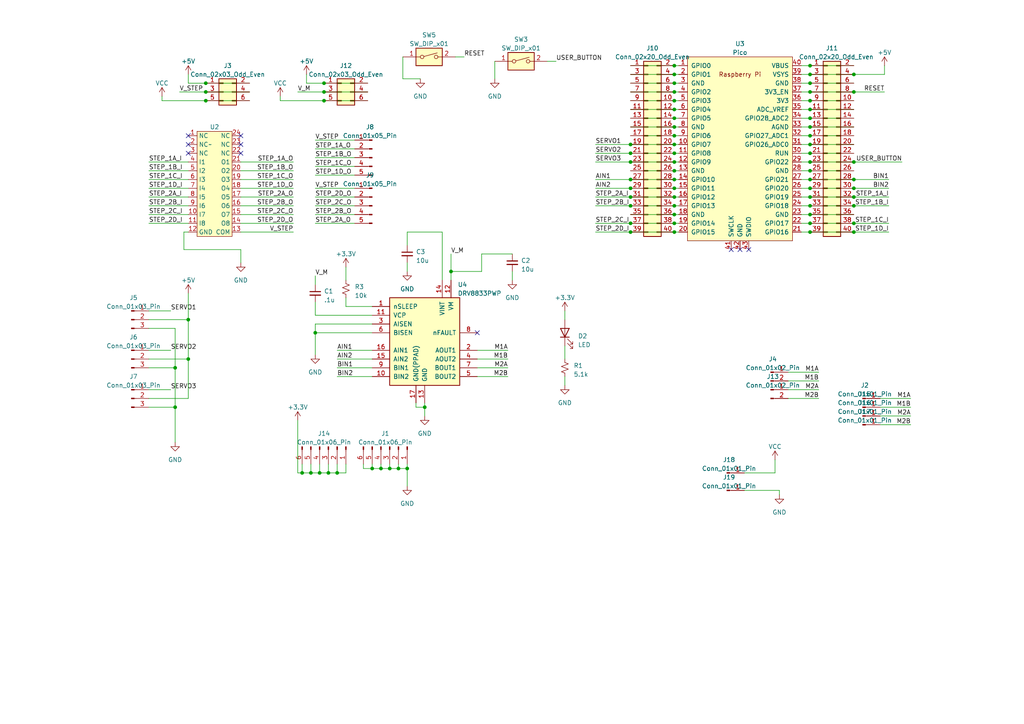
<source format=kicad_sch>
(kicad_sch (version 20230121) (generator eeschema)
  (paper "A4")
  (lib_symbols
    (symbol "Library:C_Small" (pin_numbers hide) (pin_names (offset 0.254) hide)
      (property "Reference" "C" (at 0.254 1.778 0))
      (property "Value" "C_Small" (at 0.254 -2.032 0))
      (symbol "C_Small_1_1"
        (pin passive line (at 0 2.54 270) (length 2.032) (name "~") (number "1"))
        (pin passive line (at 0 -2.54 90) (length 2.032) (name "~") (number "2"))
      )
    )
    (symbol "Library:Conn_01x01_Pin" (pin_names (offset 1.016) hide)
      (property "Reference" "J" (at 0 2.54 0))
      (property "Value" "Conn_01x01_Pin" (at 0 -2.54 0))
      (symbol "Conn_01x01_Pin_1_1"
        (pin passive line (at 5.08 0 180) (length 3.81) (name "Pin_1") (number "1"))
      )
    )
    (symbol "Library:Conn_01x02_Pin" (pin_names (offset 1.016) hide)
      (property "Reference" "J" (at 0 2.54 0))
      (property "Value" "Conn_01x02_Pin" (at 0 -5.08 0))
      (symbol "Conn_01x02_Pin_1_1"
        (pin passive line (at 5.08 0 180) (length 3.81) (name "Pin_1") (number "1"))
        (pin passive line (at 5.08 -2.54 180) (length 3.81) (name "Pin_2") (number "2"))
      )
    )
    (symbol "Library:Conn_01x03_Pin" (pin_names (offset 1.016) hide)
      (property "Reference" "J" (at 0 5.08 0))
      (property "Value" "Conn_01x03_Pin" (at 0 -5.08 0))
      (symbol "Conn_01x03_Pin_1_1"
        (pin passive line (at 5.08 2.54 180) (length 3.81) (name "Pin_1") (number "1"))
        (pin passive line (at 5.08 0 180) (length 3.81) (name "Pin_2") (number "2"))
        (pin passive line (at 5.08 -2.54 180) (length 3.81) (name "Pin_3") (number "3"))
      )
    )
    (symbol "Library:Conn_01x05_Pin" (pin_names (offset 1.016) hide)
      (property "Reference" "J" (at 0 7.62 0))
      (property "Value" "Conn_01x05_Pin" (at 0 -7.62 0))
      (symbol "Conn_01x05_Pin_1_1"
        (pin passive line (at 5.08 5.08 180) (length 3.81) (name "Pin_1") (number "1"))
        (pin passive line (at 5.08 2.54 180) (length 3.81) (name "Pin_2") (number "2"))
        (pin passive line (at 5.08 0 180) (length 3.81) (name "Pin_3") (number "3"))
        (pin passive line (at 5.08 -2.54 180) (length 3.81) (name "Pin_4") (number "4"))
        (pin passive line (at 5.08 -5.08 180) (length 3.81) (name "Pin_5") (number "5"))
      )
    )
    (symbol "Library:Conn_01x06_Pin" (pin_names (offset 1.016) hide)
      (property "Reference" "J" (at 0 7.62 0))
      (property "Value" "Conn_01x06_Pin" (at 0 -10.16 0))
      (symbol "Conn_01x06_Pin_1_1"
        (pin passive line (at 5.08 5.08 180) (length 3.81) (name "Pin_1") (number "1"))
        (pin passive line (at 5.08 2.54 180) (length 3.81) (name "Pin_2") (number "2"))
        (pin passive line (at 5.08 0 180) (length 3.81) (name "Pin_3") (number "3"))
        (pin passive line (at 5.08 -2.54 180) (length 3.81) (name "Pin_4") (number "4"))
        (pin passive line (at 5.08 -5.08 180) (length 3.81) (name "Pin_5") (number "5"))
        (pin passive line (at 5.08 -7.62 180) (length 3.81) (name "Pin_6") (number "6"))
      )
    )
    (symbol "Library:Conn_02x03_Odd_Even" (pin_names (offset 1.016) hide)
      (property "Reference" "J" (at 1.27 5.08 0))
      (property "Value" "Conn_02x03_Odd_Even" (at 1.27 -5.08 0))
      (symbol "Conn_02x03_Odd_Even_1_1"
        (pin passive line (at -5.08 2.54 0) (length 3.81) (name "Pin_1") (number "1"))
        (pin passive line (at 7.62 2.54 180) (length 3.81) (name "Pin_2") (number "2"))
        (pin passive line (at -5.08 0 0) (length 3.81) (name "Pin_3") (number "3"))
        (pin passive line (at 7.62 0 180) (length 3.81) (name "Pin_4") (number "4"))
        (pin passive line (at -5.08 -2.54 0) (length 3.81) (name "Pin_5") (number "5"))
        (pin passive line (at 7.62 -2.54 180) (length 3.81) (name "Pin_6") (number "6"))
      )
    )
    (symbol "Library:Conn_02x20_Odd_Even" (pin_names (offset 1.016) hide)
      (property "Reference" "J" (at 1.27 25.4 0))
      (property "Value" "Conn_02x20_Odd_Even" (at 1.27 -27.94 0))
      (symbol "Conn_02x20_Odd_Even_1_1"
        (pin passive line (at -5.08 22.86 0) (length 3.81) (name "Pin_1") (number "1"))
        (pin passive line (at 7.62 12.7 180) (length 3.81) (name "Pin_10") (number "10"))
        (pin passive line (at -5.08 10.16 0) (length 3.81) (name "Pin_11") (number "11"))
        (pin passive line (at 7.62 10.16 180) (length 3.81) (name "Pin_12") (number "12"))
        (pin passive line (at -5.08 7.62 0) (length 3.81) (name "Pin_13") (number "13"))
        (pin passive line (at 7.62 7.62 180) (length 3.81) (name "Pin_14") (number "14"))
        (pin passive line (at -5.08 5.08 0) (length 3.81) (name "Pin_15") (number "15"))
        (pin passive line (at 7.62 5.08 180) (length 3.81) (name "Pin_16") (number "16"))
        (pin passive line (at -5.08 2.54 0) (length 3.81) (name "Pin_17") (number "17"))
        (pin passive line (at 7.62 2.54 180) (length 3.81) (name "Pin_18") (number "18"))
        (pin passive line (at -5.08 0 0) (length 3.81) (name "Pin_19") (number "19"))
        (pin passive line (at 7.62 22.86 180) (length 3.81) (name "Pin_2") (number "2"))
        (pin passive line (at 7.62 0 180) (length 3.81) (name "Pin_20") (number "20"))
        (pin passive line (at -5.08 -2.54 0) (length 3.81) (name "Pin_21") (number "21"))
        (pin passive line (at 7.62 -2.54 180) (length 3.81) (name "Pin_22") (number "22"))
        (pin passive line (at -5.08 -5.08 0) (length 3.81) (name "Pin_23") (number "23"))
        (pin passive line (at 7.62 -5.08 180) (length 3.81) (name "Pin_24") (number "24"))
        (pin passive line (at -5.08 -7.62 0) (length 3.81) (name "Pin_25") (number "25"))
        (pin passive line (at 7.62 -7.62 180) (length 3.81) (name "Pin_26") (number "26"))
        (pin passive line (at -5.08 -10.16 0) (length 3.81) (name "Pin_27") (number "27"))
        (pin passive line (at 7.62 -10.16 180) (length 3.81) (name "Pin_28") (number "28"))
        (pin passive line (at -5.08 -12.7 0) (length 3.81) (name "Pin_29") (number "29"))
        (pin passive line (at -5.08 20.32 0) (length 3.81) (name "Pin_3") (number "3"))
        (pin passive line (at 7.62 -12.7 180) (length 3.81) (name "Pin_30") (number "30"))
        (pin passive line (at -5.08 -15.24 0) (length 3.81) (name "Pin_31") (number "31"))
        (pin passive line (at 7.62 -15.24 180) (length 3.81) (name "Pin_32") (number "32"))
        (pin passive line (at -5.08 -17.78 0) (length 3.81) (name "Pin_33") (number "33"))
        (pin passive line (at 7.62 -17.78 180) (length 3.81) (name "Pin_34") (number "34"))
        (pin passive line (at -5.08 -20.32 0) (length 3.81) (name "Pin_35") (number "35"))
        (pin passive line (at 7.62 -20.32 180) (length 3.81) (name "Pin_36") (number "36"))
        (pin passive line (at -5.08 -22.86 0) (length 3.81) (name "Pin_37") (number "37"))
        (pin passive line (at 7.62 -22.86 180) (length 3.81) (name "Pin_38") (number "38"))
        (pin passive line (at -5.08 -25.4 0) (length 3.81) (name "Pin_39") (number "39"))
        (pin passive line (at 7.62 20.32 180) (length 3.81) (name "Pin_4") (number "4"))
        (pin passive line (at 7.62 -25.4 180) (length 3.81) (name "Pin_40") (number "40"))
        (pin passive line (at -5.08 17.78 0) (length 3.81) (name "Pin_5") (number "5"))
        (pin passive line (at 7.62 17.78 180) (length 3.81) (name "Pin_6") (number "6"))
        (pin passive line (at -5.08 15.24 0) (length 3.81) (name "Pin_7") (number "7"))
        (pin passive line (at 7.62 15.24 180) (length 3.81) (name "Pin_8") (number "8"))
        (pin passive line (at -5.08 12.7 0) (length 3.81) (name "Pin_9") (number "9"))
      )
    )
    (symbol "Library:DRV8833PWP" (pin_names (offset 1.016))
      (property "Reference" "U" (at -3.81 16.51 0))
      (property "Value" "DRV8833PWP" (at -3.81 13.97 0))
      (symbol "DRV8833PWP_1_1"
        (pin input line (at -15.24 10.16 0) (length 5.08) (name "nSLEEP") (number "1"))
        (pin input line (at -15.24 -10.16 0) (length 5.08) (name "BIN2") (number "10"))
        (pin bidirectional line (at -15.24 7.62 0) (length 5.08) (name "VCP") (number "11"))
        (pin power_in line (at 7.62 17.78 270) (length 5.08) (name "VM") (number "12"))
        (pin power_in line (at 0 -17.78 90) (length 5.08) (name "GND") (number "13"))
        (pin power_in line (at 5.08 17.78 270) (length 5.08) (name "VINT") (number "14"))
        (pin input line (at -15.24 -5.08 0) (length 5.08) (name "AIN2") (number "15"))
        (pin input line (at -15.24 -2.54 0) (length 5.08) (name "AIN1") (number "16"))
        (pin power_in line (at -2.54 -17.78 90) (length 5.08) (name "GND(PPAD)") (number "17"))
        (pin power_out line (at 15.24 -2.54 180) (length 5.08) (name "AOUT1") (number "2"))
        (pin bidirectional line (at -15.24 5.08 0) (length 5.08) (name "AISEN") (number "3"))
        (pin power_out line (at 15.24 -5.08 180) (length 5.08) (name "AOUT2") (number "4"))
        (pin power_out line (at 15.24 -10.16 180) (length 5.08) (name "BOUT2") (number "5"))
        (pin bidirectional line (at -15.24 2.54 0) (length 5.08) (name "BISEN") (number "6"))
        (pin power_out line (at 15.24 -7.62 180) (length 5.08) (name "BOUT1") (number "7"))
        (pin open_collector line (at 15.24 2.54 180) (length 5.08) (name "nFAULT") (number "8"))
        (pin input line (at -15.24 -7.62 0) (length 5.08) (name "BIN1") (number "9"))
      )
    )
    (symbol "Library:LED" (pin_numbers hide) (pin_names (offset 1.016) hide)
      (property "Reference" "D" (at 0 2.54 0))
      (property "Value" "LED" (at 0 -2.54 0))
      (symbol "LED_1_1"
        (pin passive line (at -3.81 0 0) (length 2.54) (name "K") (number "1"))
        (pin passive line (at 3.81 0 180) (length 2.54) (name "A") (number "2"))
      )
    )
    (symbol "Library:Pico" (pin_names (offset 1.016))
      (property "Reference" "U" (at -13.97 27.94 0))
      (property "Value" "Pico" (at 0 19.05 0))
      (symbol "Pico_0_0"
        (text "Raspberry Pi" (at 0 21.59 0) (effects (font (size 1.27 1.27))))
      )
      (symbol "Pico_1_1"
        (pin bidirectional line (at -17.78 24.13 0) (length 2.54) (name "GPIO0") (number "1"))
        (pin bidirectional line (at -17.78 1.27 0) (length 2.54) (name "GPIO7") (number "10"))
        (pin bidirectional line (at -17.78 -1.27 0) (length 2.54) (name "GPIO8") (number "11"))
        (pin bidirectional line (at -17.78 -3.81 0) (length 2.54) (name "GPIO9") (number "12"))
        (pin power_in line (at -17.78 -6.35 0) (length 2.54) (name "GND") (number "13"))
        (pin bidirectional line (at -17.78 -8.89 0) (length 2.54) (name "GPIO10") (number "14"))
        (pin bidirectional line (at -17.78 -11.43 0) (length 2.54) (name "GPIO11") (number "15"))
        (pin bidirectional line (at -17.78 -13.97 0) (length 2.54) (name "GPIO12") (number "16"))
        (pin bidirectional line (at -17.78 -16.51 0) (length 2.54) (name "GPIO13") (number "17"))
        (pin power_in line (at -17.78 -19.05 0) (length 2.54) (name "GND") (number "18"))
        (pin bidirectional line (at -17.78 -21.59 0) (length 2.54) (name "GPIO14") (number "19"))
        (pin bidirectional line (at -17.78 21.59 0) (length 2.54) (name "GPIO1") (number "2"))
        (pin bidirectional line (at -17.78 -24.13 0) (length 2.54) (name "GPIO15") (number "20"))
        (pin bidirectional line (at 17.78 -24.13 180) (length 2.54) (name "GPIO16") (number "21"))
        (pin bidirectional line (at 17.78 -21.59 180) (length 2.54) (name "GPIO17") (number "22"))
        (pin power_in line (at 17.78 -19.05 180) (length 2.54) (name "GND") (number "23"))
        (pin bidirectional line (at 17.78 -16.51 180) (length 2.54) (name "GPIO18") (number "24"))
        (pin bidirectional line (at 17.78 -13.97 180) (length 2.54) (name "GPIO19") (number "25"))
        (pin bidirectional line (at 17.78 -11.43 180) (length 2.54) (name "GPIO20") (number "26"))
        (pin bidirectional line (at 17.78 -8.89 180) (length 2.54) (name "GPIO21") (number "27"))
        (pin power_in line (at 17.78 -6.35 180) (length 2.54) (name "GND") (number "28"))
        (pin bidirectional line (at 17.78 -3.81 180) (length 2.54) (name "GPIO22") (number "29"))
        (pin power_in line (at -17.78 19.05 0) (length 2.54) (name "GND") (number "3"))
        (pin input line (at 17.78 -1.27 180) (length 2.54) (name "RUN") (number "30"))
        (pin bidirectional line (at 17.78 1.27 180) (length 2.54) (name "GPIO26_ADC0") (number "31"))
        (pin bidirectional line (at 17.78 3.81 180) (length 2.54) (name "GPIO27_ADC1") (number "32"))
        (pin power_in line (at 17.78 6.35 180) (length 2.54) (name "AGND") (number "33"))
        (pin bidirectional line (at 17.78 8.89 180) (length 2.54) (name "GPIO28_ADC2") (number "34"))
        (pin unspecified line (at 17.78 11.43 180) (length 2.54) (name "ADC_VREF") (number "35"))
        (pin unspecified line (at 17.78 13.97 180) (length 2.54) (name "3V3") (number "36"))
        (pin input line (at 17.78 16.51 180) (length 2.54) (name "3V3_EN") (number "37"))
        (pin bidirectional line (at 17.78 19.05 180) (length 2.54) (name "GND") (number "38"))
        (pin unspecified line (at 17.78 21.59 180) (length 2.54) (name "VSYS") (number "39"))
        (pin bidirectional line (at -17.78 16.51 0) (length 2.54) (name "GPIO2") (number "4"))
        (pin unspecified line (at 17.78 24.13 180) (length 2.54) (name "VBUS") (number "40"))
        (pin input line (at -2.54 -29.21 90) (length 2.54) (name "SWCLK") (number "41"))
        (pin power_in line (at 0 -29.21 90) (length 2.54) (name "GND") (number "42"))
        (pin bidirectional line (at 2.54 -29.21 90) (length 2.54) (name "SWDIO") (number "43"))
        (pin bidirectional line (at -17.78 13.97 0) (length 2.54) (name "GPIO3") (number "5"))
        (pin bidirectional line (at -17.78 11.43 0) (length 2.54) (name "GPIO4") (number "6"))
        (pin bidirectional line (at -17.78 8.89 0) (length 2.54) (name "GPIO5") (number "7"))
        (pin power_in line (at -17.78 6.35 0) (length 2.54) (name "GND") (number "8"))
        (pin bidirectional line (at -17.78 3.81 0) (length 2.54) (name "GPIO6") (number "9"))
      )
    )
    (symbol "Library:R_Small_US" (pin_numbers hide) (pin_names (offset 0.254) hide)
      (property "Reference" "R" (at 0.762 0.508 0))
      (property "Value" "R_Small_US" (at 0.762 -1.016 0))
      (symbol "R_Small_US_1_1"
        (pin passive line (at 0 2.54 270) (length 1.016) (name "~") (number "1"))
        (pin passive line (at 0 -2.54 90) (length 1.016) (name "~") (number "2"))
      )
    )
    (symbol "Library:SW_DIP_x01" (pin_names (offset 0) hide)
      (property "Reference" "SW" (at 0 3.81 0))
      (property "Value" "SW_DIP_x01" (at 0 -3.81 0))
      (symbol "SW_DIP_x01_1_1"
        (pin passive line (at -7.62 0 0) (length 5.08) (name "~") (number "1"))
        (pin passive line (at 7.62 0 180) (length 5.08) (name "~") (number "2"))
      )
    )
    (symbol "Library:ULN2803LVS"
      (property "Reference" "U" (at 0 5.08 0))
      (symbol "ULN2803LVS_1_1"
        (pin input line (at -7.62 2.54 0) (length 2.54) (name "NC") (number "1"))
        (pin input line (at -7.62 -20.32 0) (length 2.54) (name "I7") (number "10"))
        (pin input line (at -7.62 -22.86 0) (length 2.54) (name "I8") (number "11"))
        (pin power_in line (at -7.62 -25.4 0) (length 2.54) (name "GND") (number "12"))
        (pin power_in line (at 7.62 -25.4 180) (length 2.54) (name "COM") (number "13"))
        (pin output line (at 7.62 -22.86 180) (length 2.54) (name "O8") (number "14"))
        (pin output line (at 7.62 -20.32 180) (length 2.54) (name "O7") (number "15"))
        (pin output line (at 7.62 -17.78 180) (length 2.54) (name "O6") (number "16"))
        (pin output line (at 7.62 -15.24 180) (length 2.54) (name "O5") (number "17"))
        (pin output line (at 7.62 -12.7 180) (length 2.54) (name "O4") (number "18"))
        (pin output line (at 7.62 -10.16 180) (length 2.54) (name "O3") (number "19"))
        (pin input line (at -7.62 0 0) (length 2.54) (name "NC") (number "2"))
        (pin output line (at 7.62 -7.62 180) (length 2.54) (name "O2") (number "20"))
        (pin output line (at 7.62 -5.08 180) (length 2.54) (name "O1") (number "21"))
        (pin input line (at 7.62 -2.54 180) (length 2.54) (name "NC") (number "22"))
        (pin input line (at 7.62 0 180) (length 2.54) (name "NC") (number "23"))
        (pin input line (at 7.62 2.54 180) (length 2.54) (name "NC") (number "24"))
        (pin input line (at -7.62 -2.54 0) (length 2.54) (name "NC") (number "3"))
        (pin input line (at -7.62 -5.08 0) (length 2.54) (name "I1") (number "4"))
        (pin input line (at -7.62 -7.62 0) (length 2.54) (name "I2") (number "5"))
        (pin input line (at -7.62 -10.16 0) (length 2.54) (name "I3") (number "6"))
        (pin input line (at -7.62 -12.7 0) (length 2.54) (name "I4") (number "7"))
        (pin input line (at -7.62 -15.24 0) (length 2.54) (name "I5") (number "8"))
        (pin input line (at -7.62 -17.78 0) (length 2.54) (name "I6") (number "9"))
      )
    )
    (symbol "power:+3.3V" (power) (pin_names (offset 0))
      (property "Value" "+3.3V" (at 0 3.556 0))
      (symbol "+3.3V_1_1"
        (pin power_in line (at 0 0 90) (length 0) hide (name "+3.3V") (number "1"))
      )
    )
    (symbol "power:+5V" (power) (pin_names (offset 0))
      (property "Value" "+5V" (at 0 3.556 0))
      (symbol "+5V_1_1"
        (pin power_in line (at 0 0 90) (length 0) hide (name "+5V") (number "1"))
      )
    )
    (symbol "power:GND" (power) (pin_names (offset 0))
      (property "Value" "GND" (at 0 -3.81 0))
      (symbol "GND_1_1"
        (pin power_in line (at 0 0 270) (length 0) hide (name "GND") (number "1"))
      )
    )
    (symbol "power:VCC" (power) (pin_names (offset 0))
      (property "Value" "VCC" (at 0 3.81 0))
      (symbol "VCC_1_1"
        (pin power_in line (at 0 0 90) (length 0) hide (name "VCC") (number "1"))
      )
    )
  )
  (junction (at 54.61 104.14))
  (junction (at 195.58 57.15))
  (junction (at 195.58 26.67))
  (junction (at 234.95 54.61))
  (junction (at 113.03 135.89))
  (junction (at 195.58 64.77))
  (junction (at 182.88 46.99))
  (junction (at 59.69 24.13))
  (junction (at 195.58 19.05))
  (junction (at 195.58 21.59))
  (junction (at 195.58 31.75))
  (junction (at 234.95 31.75))
  (junction (at 234.95 52.07))
  (junction (at 195.58 67.31))
  (junction (at 93.98 24.13))
  (junction (at 92.71 137.16))
  (junction (at 247.65 59.69))
  (junction (at 234.95 57.15))
  (junction (at 195.58 62.23))
  (junction (at 234.95 49.53))
  (junction (at 110.49 135.89))
  (junction (at 234.95 59.69))
  (junction (at 93.98 29.21))
  (junction (at 247.65 21.59))
  (junction (at 247.65 64.77))
  (junction (at 234.95 36.83))
  (junction (at 234.95 21.59))
  (junction (at 97.79 137.16))
  (junction (at 234.95 19.05))
  (junction (at 87.63 137.16))
  (junction (at 182.88 54.61))
  (junction (at 195.58 36.83))
  (junction (at 195.58 49.53))
  (junction (at 247.65 54.61))
  (junction (at 182.88 64.77))
  (junction (at 95.25 137.16))
  (junction (at 59.69 26.67))
  (junction (at 107.95 135.89))
  (junction (at 118.11 135.89))
  (junction (at 234.95 39.37))
  (junction (at 182.88 52.07))
  (junction (at 234.95 41.91))
  (junction (at 115.57 135.89))
  (junction (at 195.58 41.91))
  (junction (at 234.95 46.99))
  (junction (at 234.95 44.45))
  (junction (at 234.95 62.23))
  (junction (at 195.58 54.61))
  (junction (at 195.58 39.37))
  (junction (at 234.95 29.21))
  (junction (at 130.81 78.74))
  (junction (at 195.58 59.69))
  (junction (at 195.58 44.45))
  (junction (at 247.65 57.15))
  (junction (at 182.88 44.45))
  (junction (at 182.88 59.69))
  (junction (at 234.95 34.29))
  (junction (at 195.58 46.99))
  (junction (at 54.61 92.71))
  (junction (at 247.65 52.07))
  (junction (at 59.69 29.21))
  (junction (at 234.95 64.77))
  (junction (at 182.88 41.91))
  (junction (at 123.19 118.11))
  (junction (at 234.95 67.31))
  (junction (at 91.44 96.52))
  (junction (at 182.88 57.15))
  (junction (at 195.58 52.07))
  (junction (at 247.65 46.99))
  (junction (at 234.95 26.67))
  (junction (at 195.58 34.29))
  (junction (at 90.17 137.16))
  (junction (at 195.58 29.21))
  (junction (at 182.88 67.31))
  (junction (at 234.95 24.13))
  (junction (at 195.58 24.13))
  (junction (at 50.8 118.11))
  (junction (at 247.65 67.31))
  (junction (at 50.8 106.68))
  (junction (at 247.65 26.67))
  (junction (at 93.98 26.67))
  (no_connect (at 69.85 44.45))
  (no_connect (at 138.43 96.52))
  (no_connect (at 54.61 39.37))
  (no_connect (at 214.63 72.39))
  (no_connect (at 54.61 41.91))
  (no_connect (at 69.85 39.37))
  (no_connect (at 212.09 72.39))
  (no_connect (at 54.61 44.45))
  (no_connect (at 69.85 41.91))
  (no_connect (at 217.17 72.39))
  (wire (pts (xy 69.85 59.69) (xy 85.09 59.69)))
  (wire (pts (xy 232.41 62.23) (xy 234.95 62.23)))
  (wire (pts (xy 172.72 64.77) (xy 182.88 64.77)))
  (wire (pts (xy 100.33 77.47) (xy 100.33 81.28)))
  (wire (pts (xy 100.33 137.16) (xy 97.79 137.16)))
  (wire (pts (xy 234.95 41.91) (xy 247.65 41.91)))
  (wire (pts (xy 92.71 134.62) (xy 92.71 137.16)))
  (wire (pts (xy 91.44 96.52) (xy 91.44 102.87)))
  (wire (pts (xy 182.88 64.77) (xy 195.58 64.77)))
  (wire (pts (xy 91.44 43.18) (xy 102.87 43.18)))
  (wire (pts (xy 232.41 54.61) (xy 234.95 54.61)))
  (wire (pts (xy 113.03 134.62) (xy 113.03 135.89)))
  (wire (pts (xy 43.18 95.25) (xy 50.8 95.25)))
  (wire (pts (xy 113.03 135.89) (xy 115.57 135.89)))
  (wire (pts (xy 100.33 86.36) (xy 100.33 88.9)))
  (wire (pts (xy 234.95 24.13) (xy 247.65 24.13)))
  (wire (pts (xy 102.87 50.8) (xy 91.44 50.8)))
  (wire (pts (xy 110.49 134.62) (xy 110.49 135.89)))
  (wire (pts (xy 234.95 26.67) (xy 247.65 26.67)))
  (wire (pts (xy 43.18 57.15) (xy 54.61 57.15)))
  (wire (pts (xy 163.83 100.33) (xy 163.83 104.14)))
  (wire (pts (xy 50.8 95.25) (xy 50.8 106.68)))
  (wire (pts (xy 43.18 104.14) (xy 54.61 104.14)))
  (wire (pts (xy 234.95 21.59) (xy 247.65 21.59)))
  (wire (pts (xy 88.9 24.13) (xy 93.98 24.13)))
  (wire (pts (xy 107.95 93.98) (xy 91.44 93.98)))
  (wire (pts (xy 118.11 134.62) (xy 118.11 135.89)))
  (wire (pts (xy 232.41 59.69) (xy 234.95 59.69)))
  (wire (pts (xy 195.58 39.37) (xy 196.85 39.37)))
  (wire (pts (xy 91.44 93.98) (xy 91.44 96.52)))
  (wire (pts (xy 69.85 54.61) (xy 85.09 54.61)))
  (wire (pts (xy 107.95 91.44) (xy 91.44 91.44)))
  (wire (pts (xy 87.63 134.62) (xy 87.63 137.16)))
  (wire (pts (xy 53.34 67.31) (xy 53.34 72.39)))
  (wire (pts (xy 54.61 92.71) (xy 54.61 104.14)))
  (wire (pts (xy 46.99 29.21) (xy 59.69 29.21)))
  (wire (pts (xy 163.83 109.22) (xy 163.83 111.76)))
  (wire (pts (xy 182.88 29.21) (xy 195.58 29.21)))
  (wire (pts (xy 257.81 64.77) (xy 247.65 64.77)))
  (wire (pts (xy 100.33 134.62) (xy 100.33 137.16)))
  (wire (pts (xy 102.87 57.15) (xy 91.44 57.15)))
  (wire (pts (xy 43.18 113.03) (xy 49.53 113.03)))
  (wire (pts (xy 195.58 62.23) (xy 196.85 62.23)))
  (wire (pts (xy 234.95 34.29) (xy 247.65 34.29)))
  (wire (pts (xy 232.41 49.53) (xy 234.95 49.53)))
  (wire (pts (xy 69.85 67.31) (xy 85.09 67.31)))
  (wire (pts (xy 148.59 73.66) (xy 139.7 73.66)))
  (wire (pts (xy 105.41 134.62) (xy 105.41 135.89)))
  (wire (pts (xy 195.58 19.05) (xy 196.85 19.05)))
  (wire (pts (xy 172.72 54.61) (xy 182.88 54.61)))
  (wire (pts (xy 102.87 59.69) (xy 91.44 59.69)))
  (wire (pts (xy 195.58 44.45) (xy 196.85 44.45)))
  (wire (pts (xy 93.98 24.13) (xy 106.68 24.13)))
  (wire (pts (xy 88.9 21.59) (xy 88.9 24.13)))
  (wire (pts (xy 234.95 62.23) (xy 247.65 62.23)))
  (wire (pts (xy 182.88 44.45) (xy 195.58 44.45)))
  (wire (pts (xy 257.81 54.61) (xy 247.65 54.61)))
  (wire (pts (xy 182.88 31.75) (xy 195.58 31.75)))
  (wire (pts (xy 138.43 101.6) (xy 147.32 101.6)))
  (wire (pts (xy 143.51 17.78) (xy 143.51 22.86)))
  (wire (pts (xy 182.88 52.07) (xy 195.58 52.07)))
  (wire (pts (xy 195.58 46.99) (xy 196.85 46.99)))
  (wire (pts (xy 257.81 67.31) (xy 247.65 67.31)))
  (wire (pts (xy 123.19 118.11) (xy 123.19 120.65)))
  (wire (pts (xy 195.58 21.59) (xy 196.85 21.59)))
  (wire (pts (xy 91.44 80.01) (xy 91.44 82.55)))
  (wire (pts (xy 52.07 26.67) (xy 59.69 26.67)))
  (wire (pts (xy 195.58 67.31) (xy 196.85 67.31)))
  (wire (pts (xy 86.36 26.67) (xy 93.98 26.67)))
  (wire (pts (xy 93.98 26.67) (xy 106.68 26.67)))
  (wire (pts (xy 107.95 134.62) (xy 107.95 135.89)))
  (wire (pts (xy 195.58 52.07) (xy 196.85 52.07)))
  (wire (pts (xy 182.88 62.23) (xy 195.58 62.23)))
  (wire (pts (xy 172.72 41.91) (xy 182.88 41.91)))
  (wire (pts (xy 182.88 21.59) (xy 195.58 21.59)))
  (wire (pts (xy 255.27 123.19) (xy 264.16 123.19)))
  (wire (pts (xy 234.95 19.05) (xy 247.65 19.05)))
  (wire (pts (xy 234.95 59.69) (xy 247.65 59.69)))
  (wire (pts (xy 232.41 34.29) (xy 234.95 34.29)))
  (wire (pts (xy 139.7 73.66) (xy 139.7 78.74)))
  (wire (pts (xy 195.58 41.91) (xy 196.85 41.91)))
  (wire (pts (xy 172.72 57.15) (xy 182.88 57.15)))
  (wire (pts (xy 59.69 29.21) (xy 72.39 29.21)))
  (wire (pts (xy 232.41 19.05) (xy 234.95 19.05)))
  (wire (pts (xy 232.41 64.77) (xy 234.95 64.77)))
  (wire (pts (xy 232.41 36.83) (xy 234.95 36.83)))
  (wire (pts (xy 234.95 31.75) (xy 247.65 31.75)))
  (wire (pts (xy 130.81 73.66) (xy 130.81 78.74)))
  (wire (pts (xy 102.87 64.77) (xy 91.44 64.77)))
  (wire (pts (xy 97.79 106.68) (xy 107.95 106.68)))
  (wire (pts (xy 182.88 19.05) (xy 195.58 19.05)))
  (wire (pts (xy 118.11 135.89) (xy 118.11 140.97)))
  (wire (pts (xy 215.9 142.24) (xy 226.06 142.24)))
  (wire (pts (xy 69.85 57.15) (xy 85.09 57.15)))
  (wire (pts (xy 69.85 62.23) (xy 85.09 62.23)))
  (wire (pts (xy 110.49 135.89) (xy 113.03 135.89)))
  (wire (pts (xy 232.41 46.99) (xy 234.95 46.99)))
  (wire (pts (xy 195.58 24.13) (xy 196.85 24.13)))
  (wire (pts (xy 182.88 34.29) (xy 195.58 34.29)))
  (wire (pts (xy 69.85 64.77) (xy 85.09 64.77)))
  (wire (pts (xy 228.6 110.49) (xy 237.49 110.49)))
  (wire (pts (xy 50.8 118.11) (xy 50.8 128.27)))
  (wire (pts (xy 97.79 134.62) (xy 97.79 137.16)))
  (wire (pts (xy 69.85 52.07) (xy 85.09 52.07)))
  (wire (pts (xy 43.18 90.17) (xy 49.53 90.17)))
  (wire (pts (xy 256.54 21.59) (xy 247.65 21.59)))
  (wire (pts (xy 257.81 52.07) (xy 247.65 52.07)))
  (wire (pts (xy 232.41 26.67) (xy 234.95 26.67)))
  (wire (pts (xy 86.36 121.92) (xy 86.36 137.16)))
  (wire (pts (xy 97.79 109.22) (xy 107.95 109.22)))
  (wire (pts (xy 54.61 21.59) (xy 54.61 24.13)))
  (wire (pts (xy 195.58 57.15) (xy 196.85 57.15)))
  (wire (pts (xy 232.41 41.91) (xy 234.95 41.91)))
  (wire (pts (xy 182.88 36.83) (xy 195.58 36.83)))
  (wire (pts (xy 255.27 118.11) (xy 264.16 118.11)))
  (wire (pts (xy 93.98 29.21) (xy 106.68 29.21)))
  (wire (pts (xy 43.18 52.07) (xy 54.61 52.07)))
  (wire (pts (xy 69.85 46.99) (xy 85.09 46.99)))
  (wire (pts (xy 50.8 118.11) (xy 43.18 118.11)))
  (wire (pts (xy 247.65 26.67) (xy 256.54 26.67)))
  (wire (pts (xy 107.95 135.89) (xy 110.49 135.89)))
  (wire (pts (xy 138.43 104.14) (xy 147.32 104.14)))
  (wire (pts (xy 97.79 101.6) (xy 107.95 101.6)))
  (wire (pts (xy 54.61 104.14) (xy 54.61 115.57)))
  (wire (pts (xy 172.72 67.31) (xy 182.88 67.31)))
  (wire (pts (xy 234.95 67.31) (xy 247.65 67.31)))
  (wire (pts (xy 102.87 45.72) (xy 91.44 45.72)))
  (wire (pts (xy 81.28 29.21) (xy 93.98 29.21)))
  (wire (pts (xy 255.27 115.57) (xy 264.16 115.57)))
  (wire (pts (xy 90.17 134.62) (xy 90.17 137.16)))
  (wire (pts (xy 234.95 46.99) (xy 247.65 46.99)))
  (wire (pts (xy 92.71 137.16) (xy 90.17 137.16)))
  (wire (pts (xy 91.44 96.52) (xy 107.95 96.52)))
  (wire (pts (xy 234.95 29.21) (xy 247.65 29.21)))
  (wire (pts (xy 118.11 76.2) (xy 118.11 78.74)))
  (wire (pts (xy 59.69 24.13) (xy 72.39 24.13)))
  (wire (pts (xy 59.69 26.67) (xy 72.39 26.67)))
  (wire (pts (xy 130.81 78.74) (xy 130.81 81.28)))
  (wire (pts (xy 257.81 57.15) (xy 247.65 57.15)))
  (wire (pts (xy 54.61 85.09) (xy 54.61 92.71)))
  (wire (pts (xy 182.88 39.37) (xy 195.58 39.37)))
  (wire (pts (xy 182.88 26.67) (xy 195.58 26.67)))
  (wire (pts (xy 234.95 54.61) (xy 247.65 54.61)))
  (wire (pts (xy 172.72 46.99) (xy 182.88 46.99)))
  (wire (pts (xy 234.95 36.83) (xy 247.65 36.83)))
  (wire (pts (xy 116.84 16.51) (xy 116.84 22.86)))
  (wire (pts (xy 234.95 44.45) (xy 247.65 44.45)))
  (wire (pts (xy 69.85 49.53) (xy 85.09 49.53)))
  (wire (pts (xy 172.72 59.69) (xy 182.88 59.69)))
  (wire (pts (xy 228.6 113.03) (xy 237.49 113.03)))
  (wire (pts (xy 247.65 46.99) (xy 261.62 46.99)))
  (wire (pts (xy 100.33 88.9) (xy 107.95 88.9)))
  (wire (pts (xy 195.58 26.67) (xy 196.85 26.67)))
  (wire (pts (xy 195.58 54.61) (xy 196.85 54.61)))
  (wire (pts (xy 95.25 137.16) (xy 92.71 137.16)))
  (wire (pts (xy 87.63 137.16) (xy 86.36 137.16)))
  (wire (pts (xy 172.72 52.07) (xy 182.88 52.07)))
  (wire (pts (xy 182.88 54.61) (xy 195.58 54.61)))
  (wire (pts (xy 116.84 22.86) (xy 121.92 22.86)))
  (wire (pts (xy 161.29 17.78) (xy 158.75 17.78)))
  (wire (pts (xy 120.65 116.84) (xy 120.65 118.11)))
  (wire (pts (xy 138.43 109.22) (xy 147.32 109.22)))
  (wire (pts (xy 228.6 107.95) (xy 237.49 107.95)))
  (wire (pts (xy 182.88 49.53) (xy 195.58 49.53)))
  (wire (pts (xy 182.88 46.99) (xy 195.58 46.99)))
  (wire (pts (xy 256.54 19.05) (xy 256.54 21.59)))
  (wire (pts (xy 224.79 137.16) (xy 224.79 133.35)))
  (wire (pts (xy 139.7 78.74) (xy 130.81 78.74)))
  (wire (pts (xy 118.11 67.31) (xy 118.11 71.12)))
  (wire (pts (xy 257.81 59.69) (xy 247.65 59.69)))
  (wire (pts (xy 232.41 21.59) (xy 234.95 21.59)))
  (wire (pts (xy 120.65 118.11) (xy 123.19 118.11)))
  (wire (pts (xy 163.83 90.17) (xy 163.83 92.71)))
  (wire (pts (xy 43.18 106.68) (xy 50.8 106.68)))
  (wire (pts (xy 115.57 135.89) (xy 118.11 135.89)))
  (wire (pts (xy 195.58 31.75) (xy 196.85 31.75)))
  (wire (pts (xy 91.44 54.61) (xy 102.87 54.61)))
  (wire (pts (xy 234.95 64.77) (xy 247.65 64.77)))
  (wire (pts (xy 128.27 81.28) (xy 128.27 67.31)))
  (wire (pts (xy 234.95 49.53) (xy 247.65 49.53)))
  (wire (pts (xy 81.28 27.94) (xy 81.28 29.21)))
  (wire (pts (xy 195.58 59.69) (xy 196.85 59.69)))
  (wire (pts (xy 182.88 57.15) (xy 195.58 57.15)))
  (wire (pts (xy 182.88 59.69) (xy 195.58 59.69)))
  (wire (pts (xy 232.41 44.45) (xy 234.95 44.45)))
  (wire (pts (xy 43.18 64.77) (xy 54.61 64.77)))
  (wire (pts (xy 232.41 24.13) (xy 234.95 24.13)))
  (wire (pts (xy 234.95 39.37) (xy 247.65 39.37)))
  (wire (pts (xy 232.41 57.15) (xy 234.95 57.15)))
  (wire (pts (xy 182.88 24.13) (xy 195.58 24.13)))
  (wire (pts (xy 226.06 142.24) (xy 226.06 143.51)))
  (wire (pts (xy 128.27 67.31) (xy 118.11 67.31)))
  (wire (pts (xy 138.43 106.68) (xy 147.32 106.68)))
  (wire (pts (xy 97.79 137.16) (xy 95.25 137.16)))
  (wire (pts (xy 53.34 72.39) (xy 69.85 72.39)))
  (wire (pts (xy 43.18 92.71) (xy 54.61 92.71)))
  (wire (pts (xy 195.58 29.21) (xy 196.85 29.21)))
  (wire (pts (xy 195.58 36.83) (xy 196.85 36.83)))
  (wire (pts (xy 115.57 134.62) (xy 115.57 135.89)))
  (wire (pts (xy 43.18 59.69) (xy 54.61 59.69)))
  (wire (pts (xy 215.9 137.16) (xy 224.79 137.16)))
  (wire (pts (xy 232.41 52.07) (xy 234.95 52.07)))
  (wire (pts (xy 54.61 67.31) (xy 53.34 67.31)))
  (wire (pts (xy 195.58 64.77) (xy 196.85 64.77)))
  (wire (pts (xy 232.41 67.31) (xy 234.95 67.31)))
  (wire (pts (xy 43.18 101.6) (xy 49.53 101.6)))
  (wire (pts (xy 69.85 72.39) (xy 69.85 76.2)))
  (wire (pts (xy 43.18 62.23) (xy 54.61 62.23)))
  (wire (pts (xy 232.41 39.37) (xy 234.95 39.37)))
  (wire (pts (xy 172.72 44.45) (xy 182.88 44.45)))
  (wire (pts (xy 195.58 34.29) (xy 196.85 34.29)))
  (wire (pts (xy 90.17 137.16) (xy 87.63 137.16)))
  (wire (pts (xy 182.88 41.91) (xy 195.58 41.91)))
  (wire (pts (xy 182.88 67.31) (xy 195.58 67.31)))
  (wire (pts (xy 234.95 57.15) (xy 247.65 57.15)))
  (wire (pts (xy 234.95 52.07) (xy 247.65 52.07)))
  (wire (pts (xy 91.44 40.64) (xy 102.87 40.64)))
  (wire (pts (xy 91.44 87.63) (xy 91.44 91.44)))
  (wire (pts (xy 46.99 27.94) (xy 46.99 29.21)))
  (wire (pts (xy 95.25 134.62) (xy 95.25 137.16)))
  (wire (pts (xy 232.41 29.21) (xy 234.95 29.21)))
  (wire (pts (xy 148.59 78.74) (xy 148.59 81.28)))
  (wire (pts (xy 97.79 104.14) (xy 107.95 104.14)))
  (wire (pts (xy 43.18 115.57) (xy 54.61 115.57)))
  (wire (pts (xy 195.58 49.53) (xy 196.85 49.53)))
  (wire (pts (xy 228.6 115.57) (xy 237.49 115.57)))
  (wire (pts (xy 54.61 24.13) (xy 59.69 24.13)))
  (wire (pts (xy 50.8 106.68) (xy 50.8 118.11)))
  (wire (pts (xy 43.18 54.61) (xy 54.61 54.61)))
  (wire (pts (xy 102.87 62.23) (xy 91.44 62.23)))
  (wire (pts (xy 105.41 135.89) (xy 107.95 135.89)))
  (wire (pts (xy 134.62 16.51) (xy 132.08 16.51)))
  (wire (pts (xy 43.18 49.53) (xy 54.61 49.53)))
  (wire (pts (xy 255.27 120.65) (xy 264.16 120.65)))
  (wire (pts (xy 102.87 48.26) (xy 91.44 48.26)))
  (wire (pts (xy 123.19 116.84) (xy 123.19 118.11)))
  (wire (pts (xy 43.18 46.99) (xy 54.61 46.99)))
  (wire (pts (xy 232.41 31.75) (xy 234.95 31.75)))
  (label "STEP_2C_O" (at 91.44 59.69 0))
  (label "AIN1" (at 97.79 101.6 0))
  (label "V_M" (at 130.81 73.66 0))
  (label "STEP_1C_O" (at 91.44 48.26 0))
  (label "RESET" (at 134.62 16.51 0))
  (label "M2B" (at 264.16 123.19 180))
  (label "BIN2" (at 97.79 109.22 0))
  (label "M1A" (at 237.49 107.95 180))
  (label "STEP_1D_I" (at 43.18 54.61 0))
  (label "AIN2" (at 172.72 54.61 0))
  (label "STEP_2A_O" (at 85.09 57.15 180))
  (label "M2B" (at 237.49 115.57 180))
  (label "M1B" (at 147.32 104.14 180))
  (label "V_M" (at 86.36 26.67 0))
  (label "SERVO3" (at 49.53 113.03 0))
  (label "SERVO2" (at 49.53 101.6 0))
  (label "STEP_1B_O" (at 85.09 49.53 180))
  (label "STEP_2A_O" (at 91.44 64.77 0))
  (label "BIN1" (at 257.81 52.07 180))
  (label "STEP_1A_I" (at 43.18 46.99 0))
  (label "STEP_1B_O" (at 91.44 45.72 0))
  (label "M1A" (at 147.32 101.6 180))
  (label "SERVO1" (at 172.72 41.91 0))
  (label "STEP_2D_O" (at 91.44 57.15 0))
  (label "M2B" (at 147.32 109.22 180))
  (label "BIN1" (at 97.79 106.68 0))
  (label "USER_BUTTON" (at 161.29 17.78 0))
  (label "V_STEP" (at 52.07 26.67 0))
  (label "STEP_2C_I" (at 172.72 64.77 0))
  (label "V_M" (at 91.44 80.01 0))
  (label "STEP_2B_O" (at 85.09 59.69 180))
  (label "BIN2" (at 257.81 54.61 180))
  (label "STEP_1C_O" (at 85.09 52.07 180))
  (label "STEP_2A_I" (at 172.72 57.15 0))
  (label "STEP_2A_I" (at 43.18 57.15 0))
  (label "SERVO2" (at 172.72 44.45 0))
  (label "STEP_2D_I" (at 43.18 64.77 0))
  (label "STEP_2D_O" (at 85.09 64.77 180))
  (label "AIN2" (at 97.79 104.14 0))
  (label "STEP_1A_O" (at 91.44 43.18 0))
  (label "STEP_2C_I" (at 43.18 62.23 0))
  (label "V_STEP" (at 85.09 67.31 180))
  (label "SERVO3" (at 172.72 46.99 0))
  (label "STEP_2B_I" (at 172.72 59.69 0))
  (label "AIN1" (at 172.72 52.07 0))
  (label "STEP_2B_I" (at 43.18 59.69 0))
  (label "STEP_2B_O" (at 91.44 62.23 0))
  (label "V_STEP" (at 91.44 40.64 0))
  (label "M2A" (at 147.32 106.68 180))
  (label "STEP_1D_O" (at 85.09 54.61 180))
  (label "STEP_1A_I" (at 257.81 57.15 180))
  (label "M2A" (at 237.49 113.03 180))
  (label "STEP_1D_O" (at 91.44 50.8 0))
  (label "SERVO1" (at 49.53 90.17 0))
  (label "STEP_1A_O" (at 85.09 46.99 180))
  (label "V_STEP" (at 91.44 54.61 0))
  (label "STEP_1C_I" (at 43.18 52.07 0))
  (label "STEP_2C_O" (at 85.09 62.23 180))
  (label "STEP_1D_I" (at 257.81 67.31 180))
  (label "M1B" (at 237.49 110.49 180))
  (label "STEP_1B_I" (at 43.18 49.53 0))
  (label "USER_BUTTON" (at 261.62 46.99 180))
  (label "M1B" (at 264.16 118.11 180))
  (label "RESET" (at 256.54 26.67 180))
  (label "STEP_1C_I" (at 257.81 64.77 180))
  (label "M1A" (at 264.16 115.57 180))
  (label "M2A" (at 264.16 120.65 180))
  (label "STEP_1B_I" (at 257.81 59.69 180))
  (label "STEP_2D_I" (at 172.72 67.31 0))
  (symbol (lib_id "power:GND") (at 226.06 143.51 0) (mirror y) (unit 1)
    (property "Reference" "#PWR016" (effects hide))
    (property "Value" "GND" (at 226.06 148.59 0))
  )
  (symbol (lib_id "Library:Conn_01x01_Pin") (at 210.82 142.24 0) (unit 1)
    (property "Reference" "J19" (at 211.455 138.43 0))
    (property "Value" "Conn_01x01_Pin" (at 211.455 140.97 0))
    (property "Footprint" "TestPoint:TestPoint_Keystone_5019_Minature" (effects hide))
  )
  (symbol (lib_id "Library:C_Small") (at 148.59 76.2 0) (unit 1)
    (property "Reference" "C2" (at 151.13 75.5713 0) (effects (justify left)))
    (property "Value" "10u" (at 151.13 78.1113 0) (effects (justify left)))
    (property "Footprint" "Capacitor_SMD:C_0805_2012Metric" (effects hide))
    (property "JLCPCB" "C15850" (effects hide))
  )
  (symbol (lib_id "Library:Conn_01x03_Pin") (at 38.1 104.14 0) (unit 1)
    (property "Reference" "J6" (at 38.735 97.79 0))
    (property "Value" "Conn_01x03_Pin" (at 38.735 100.33 0))
    (property "Footprint" "Connector_PinHeader_2.54mm:PinHeader_1x03_P2.54mm_Vertical" (effects hide))
    (property "JLCPCB" "C49257" (effects hide))
  )
  (symbol (lib_id "Library:Conn_01x01_Pin") (at 250.19 120.65 0) (unit 1)
    (property "Reference" "J16" (at 250.825 116.84 0))
    (property "Value" "Conn_01x01_Pin" (at 250.825 119.38 0))
    (property "Footprint" "TestPoint:TestPoint_Keystone_5019_Minature" (effects hide))
  )
  (symbol (lib_id "power:VCC") (at 224.79 133.35 0) (mirror y) (unit 1)
    (property "Reference" "#PWR017" (effects hide))
    (property "Value" "VCC" (at 224.79 129.54 0))
  )
  (symbol (lib_id "Library:Conn_01x06_Pin") (at 95.25 129.54 270) (unit 1)
    (property "Reference" "J14" (at 93.98 125.73 90))
    (property "Value" "Conn_01x06_Pin" (at 93.98 128.27 90))
    (property "Footprint" "Connector_PinSocket_2.54mm:PinSocket_1x06_P2.54mm_Vertical" (effects hide))
    (property "JLCPCB" "C40877" (effects hide))
  )
  (symbol (lib_id "Library:R_Small_US") (at 163.83 106.68 0) (unit 1)
    (property "Reference" "R1" (at 166.37 106.045 0) (effects (justify left)))
    (property "Value" "5.1k" (at 166.37 108.585 0) (effects (justify left)))
    (property "Footprint" "Resistor_SMD:R_0402_1005Metric" (effects hide))
    (property "JLCPCB" "C25905" (effects hide))
  )
  (symbol (lib_id "power:GND") (at 163.83 111.76 0) (mirror y) (unit 1)
    (property "Reference" "#PWR05" (effects hide))
    (property "Value" "GND" (at 163.83 116.84 0))
  )
  (symbol (lib_id "power:GND") (at 121.92 22.86 0) (unit 1)
    (property "Reference" "#PWR06" (effects hide))
    (property "Value" "GND" (at 121.92 27.94 0))
  )
  (symbol (lib_id "Library:C_Small") (at 91.44 85.09 0) (unit 1)
    (property "Reference" "C1" (at 93.98 84.4613 0) (effects (justify left)))
    (property "Value" ".1u" (at 93.98 87.0013 0) (effects (justify left)))
    (property "Footprint" "Capacitor_SMD:C_0603_1608Metric" (effects hide))
    (property "JLCPCB" "C14663" (effects hide))
  )
  (symbol (lib_id "power:GND") (at 69.85 76.2 0) (mirror y) (unit 1)
    (property "Reference" "#PWR08" (effects hide))
    (property "Value" "GND" (at 69.85 81.28 0))
  )
  (symbol (lib_id "Library:Conn_01x05_Pin") (at 107.95 45.72 0) (mirror y) (unit 1)
    (property "Reference" "J8" (at 107.315 36.83 0))
    (property "Value" "Conn_01x05_Pin" (at 107.315 39.37 0))
    (property "Footprint" "Connector_JST:JST_XH_B5B-XH-AM_1x05_P2.50mm_Vertical" (effects hide))
    (property "JLCPCB" "C161872" (effects hide))
  )
  (symbol (lib_id "Library:Conn_01x01_Pin") (at 210.82 137.16 0) (unit 1)
    (property "Reference" "J18" (at 211.455 133.35 0))
    (property "Value" "Conn_01x01_Pin" (at 211.455 135.89 0))
    (property "Footprint" "TestPoint:TestPoint_Keystone_5019_Minature" (effects hide))
  )
  (symbol (lib_id "Library:Conn_01x02_Pin") (at 223.52 113.03 0) (unit 1)
    (property "Reference" "J13" (at 224.155 109.22 0))
    (property "Value" "Conn_01x02_Pin" (at 224.155 111.76 0))
    (property "Footprint" "Connector_JST:JST_XH_B2B-XH-A_1x02_P2.50mm_Vertical" (effects hide))
  )
  (symbol (lib_id "Library:Conn_02x20_Odd_Even") (at 240.03 41.91 0) (unit 1)
    (property "Reference" "J11" (at 241.3 13.97 0))
    (property "Value" "Conn_02x20_Odd_Even" (at 242.57 16.51 0))
    (property "Footprint" "Connector_PinHeader_2.54mm:PinHeader_2x20_P2.54mm_Vertical_SMD" (effects hide))
    (property "JLCPCB" "C3975165" (effects hide))
  )
  (symbol (lib_id "power:GND") (at 123.19 120.65 0) (mirror y) (unit 1)
    (property "Reference" "#PWR020" (effects hide))
    (property "Value" "GND" (at 123.19 125.73 0))
  )
  (symbol (lib_id "Library:SW_DIP_x01") (at 124.46 16.51 0) (unit 1)
    (property "Reference" "SW5" (at 124.46 10.16 0))
    (property "Value" "SW_DIP_x01" (at 124.46 12.7 0))
    (property "Footprint" "Button_Switch_SMD:SW_SPST_TL3305C" (effects hide))
    (property "JLCPCB" "C5340160" (effects hide))
  )
  (symbol (lib_id "Library:SW_DIP_x01") (at 151.13 17.78 0) (unit 1)
    (property "Reference" "SW3" (at 151.13 11.43 0))
    (property "Value" "SW_DIP_x01" (at 151.13 13.97 0))
    (property "Footprint" "Button_Switch_SMD:SW_SPST_TL3305C" (effects hide))
    (property "JLCPCB" "C5340160" (effects hide))
  )
  (symbol (lib_id "Library:Conn_01x03_Pin") (at 38.1 115.57 0) (unit 1)
    (property "Reference" "J7" (at 38.735 109.22 0))
    (property "Value" "Conn_01x03_Pin" (at 38.735 111.76 0))
    (property "Footprint" "Connector_PinHeader_2.54mm:PinHeader_1x03_P2.54mm_Vertical" (effects hide))
    (property "JLCPCB" "C49257" (effects hide))
  )
  (symbol (lib_id "Library:Conn_01x06_Pin") (at 113.03 129.54 270) (unit 1)
    (property "Reference" "J1" (at 111.76 125.73 90))
    (property "Value" "Conn_01x06_Pin" (at 111.76 128.27 90))
    (property "Footprint" "Connector_PinSocket_2.54mm:PinSocket_1x06_P2.54mm_Vertical" (effects hide))
    (property "JLCPCB" "C40877" (effects hide))
  )
  (symbol (lib_id "Library:Conn_01x02_Pin") (at 223.52 107.95 0) (unit 1)
    (property "Reference" "J4" (at 224.155 104.14 0))
    (property "Value" "Conn_01x02_Pin" (at 224.155 106.68 0))
    (property "Footprint" "Connector_JST:JST_XH_B2B-XH-A_1x02_P2.50mm_Vertical" (effects hide))
  )
  (symbol (lib_id "Library:ULN2803LVS") (at 62.23 41.91 0) (unit 1)
    (property "Reference" "U2" (at 62.23 36.83 0))
    (property "Value" "~" (at 60.96 41.91 0))
    (property "Footprint" "Package_SO:SSOP-24_3.9x8.7mm_P0.635mm" (effects hide))
    (property "Datasheet" "  (property \"Reference\" \"U\" (at 0 5.08 0)" (effects hide))
  )
  (symbol (lib_id "Library:DRV8833PWP") (at 123.19 99.06 0) (unit 1)
    (property "Reference" "U4" (at 132.7659 82.55 0) (effects (justify left)))
    (property "Value" "DRV8833PWP" (at 132.7659 85.09 0) (effects (justify left)))
    (property "Footprint" "Package_SO:HTSSOP-16-1EP_4.4x5mm_P0.65mm_EP3.4x5mm_Mask2.46x2.31mm_ThermalVias" (effects hide))
    (property "Datasheet" "http://www.ti.com/lit/ds/symlink/drv8833.pdf" (effects hide))
    (property "JLCPCB" "C50506" (effects hide))
  )
  (symbol (lib_id "Library:LED") (at 163.83 96.52 90) (unit 1)
    (property "Reference" "D2" (at 167.64 97.4725 90) (effects (justify right)))
    (property "Value" "LED" (at 167.64 100.0125 90) (effects (justify right)))
    (property "Footprint" "LED_SMD:LED_0805_2012Metric" (effects hide))
    (property "JLCPCB" "C2297" (effects hide))
  )
  (symbol (lib_id "Library:Conn_01x01_Pin") (at 250.19 123.19 0) (unit 1)
    (property "Reference" "J17" (at 250.825 119.38 0))
    (property "Value" "Conn_01x01_Pin" (at 250.825 121.92 0))
    (property "Footprint" "TestPoint:TestPoint_Keystone_5019_Minature" (effects hide))
  )
  (symbol (lib_id "Library:Conn_02x03_Odd_Even") (at 99.06 26.67 0) (unit 1)
    (property "Reference" "J12" (at 100.33 19.05 0))
    (property "Value" "Conn_02x03_Odd_Even" (at 100.33 21.59 0))
    (property "Footprint" "Connector_PinHeader_2.54mm:PinHeader_2x03_P2.54mm_Vertical" (effects hide))
    (property "JLCPCB" "C65114" (effects hide))
  )
  (symbol (lib_id "power:GND") (at 118.11 140.97 0) (mirror y) (unit 1)
    (property "Reference" "#PWR02" (effects hide))
    (property "Value" "GND" (at 118.11 146.05 0))
  )
  (symbol (lib_id "Library:Conn_01x03_Pin") (at 38.1 92.71 0) (unit 1)
    (property "Reference" "J5" (at 38.735 86.36 0))
    (property "Value" "Conn_01x03_Pin" (at 38.735 88.9 0))
    (property "Footprint" "Connector_PinHeader_2.54mm:PinHeader_1x03_P2.54mm_Vertical" (effects hide))
    (property "JLCPCB" "C49257" (effects hide))
  )
  (symbol (lib_id "power:+3.3V") (at 86.36 121.92 0) (unit 1)
    (property "Reference" "#PWR01" (effects hide))
    (property "Value" "+3.3V" (at 86.36 118.11 0))
  )
  (symbol (lib_id "power:GND") (at 91.44 102.87 0) (unit 1)
    (property "Reference" "#PWR018" (effects hide))
    (property "Value" "GND" (at 91.44 107.95 0))
  )
  (symbol (lib_id "Library:Conn_01x01_Pin") (at 250.19 115.57 0) (unit 1)
    (property "Reference" "J2" (at 250.825 111.76 0))
    (property "Value" "Conn_01x01_Pin" (at 250.825 114.3 0))
    (property "Footprint" "TestPoint:TestPoint_Keystone_5019_Minature" (effects hide))
  )
  (symbol (lib_id "Library:Pico") (at 214.63 43.18 0) (unit 1)
    (property "Reference" "U3" (at 214.63 12.7 0))
    (property "Value" "Pico" (at 214.63 15.24 0))
    (property "Footprint" "RPi_Pico:RPi_Pico_SMD_TH" (effects hide))
  )
  (symbol (lib_id "power:+5V") (at 54.61 21.59 0) (unit 1)
    (property "Reference" "#PWR04" (effects hide))
    (property "Value" "+5V" (at 54.61 17.78 0))
  )
  (symbol (lib_id "power:VCC") (at 46.99 27.94 0) (unit 1)
    (property "Reference" "#PWR011" (effects hide))
    (property "Value" "VCC" (at 46.99 24.13 0))
  )
  (symbol (lib_id "power:GND") (at 118.11 78.74 0) (unit 1)
    (property "Reference" "#PWR010" (effects hide))
    (property "Value" "GND" (at 118.11 83.82 0))
  )
  (symbol (lib_id "power:GND") (at 148.59 81.28 0) (unit 1)
    (property "Reference" "#PWR09" (effects hide))
    (property "Value" "GND" (at 148.59 86.36 0))
  )
  (symbol (lib_id "power:VCC") (at 81.28 27.94 0) (unit 1)
    (property "Reference" "#PWR012" (effects hide))
    (property "Value" "VCC" (at 81.28 24.13 0))
  )
  (symbol (lib_id "Library:Conn_02x20_Odd_Even") (at 187.96 41.91 0) (unit 1)
    (property "Reference" "J10" (at 189.23 13.97 0))
    (property "Value" "Conn_02x20_Odd_Even" (at 189.23 16.51 0))
    (property "Footprint" "Connector_PinHeader_2.54mm:PinHeader_2x20_P2.54mm_Vertical_SMD" (effects hide))
    (property "JLCPCB" "C3975165" (effects hide))
  )
  (symbol (lib_id "Library:Conn_01x05_Pin") (at 107.95 59.69 0) (mirror y) (unit 1)
    (property "Reference" "J9" (at 107.315 50.8 0))
    (property "Value" "Conn_01x05_Pin" (at 107.315 53.34 0))
    (property "Footprint" "Connector_JST:JST_XH_B5B-XH-AM_1x05_P2.50mm_Vertical" (effects hide))
    (property "JLCPCB" "C161872" (effects hide))
  )
  (symbol (lib_id "power:+3.3V") (at 163.83 90.17 0) (unit 1)
    (property "Reference" "#PWR015" (effects hide))
    (property "Value" "+3.3V" (at 163.83 86.36 0))
  )
  (symbol (lib_id "Library:C_Small") (at 118.11 73.66 0) (unit 1)
    (property "Reference" "C3" (at 120.65 73.0313 0) (effects (justify left)))
    (property "Value" "10u" (at 120.65 75.5713 0) (effects (justify left)))
    (property "Footprint" "Capacitor_SMD:C_0805_2012Metric" (effects hide))
    (property "JLCPCB" "C15850" (effects hide))
  )
  (symbol (lib_id "power:+5V") (at 256.54 19.05 0) (unit 1)
    (property "Reference" "#PWR014" (effects hide))
    (property "Value" "+5V" (at 256.54 15.24 0))
  )
  (symbol (lib_id "power:GND") (at 50.8 128.27 0) (mirror y) (unit 1)
    (property "Reference" "#PWR03" (effects hide))
    (property "Value" "GND" (at 50.8 133.35 0))
  )
  (symbol (lib_id "power:+5V") (at 54.61 85.09 0) (unit 1)
    (property "Reference" "#PWR07" (effects hide))
    (property "Value" "+5V" (at 54.61 81.28 0))
  )
  (symbol (lib_id "power:+5V") (at 88.9 21.59 0) (unit 1)
    (property "Reference" "#PWR013" (effects hide))
    (property "Value" "+5V" (at 88.9 17.78 0))
  )
  (symbol (lib_id "Library:Conn_01x01_Pin") (at 250.19 118.11 0) (unit 1)
    (property "Reference" "J15" (at 250.825 114.3 0))
    (property "Value" "Conn_01x01_Pin" (at 250.825 116.84 0))
    (property "Footprint" "TestPoint:TestPoint_Keystone_5019_Minature" (effects hide))
  )
  (symbol (lib_id "power:GND") (at 143.51 22.86 0) (unit 1)
    (property "Reference" "#PWR021" (effects hide))
    (property "Value" "GND" (at 143.51 27.94 0))
  )
  (symbol (lib_id "power:+3.3V") (at 100.33 77.47 0) (unit 1)
    (property "Reference" "#PWR019" (effects hide))
    (property "Value" "+3.3V" (at 100.33 73.66 0))
  )
  (symbol (lib_id "Library:Conn_02x03_Odd_Even") (at 64.77 26.67 0) (unit 1)
    (property "Reference" "J3" (at 66.04 19.05 0))
    (property "Value" "Conn_02x03_Odd_Even" (at 66.04 21.59 0))
    (property "Footprint" "Connector_PinHeader_2.54mm:PinHeader_2x03_P2.54mm_Vertical" (effects hide))
    (property "JLCPCB" "C65114" (effects hide))
  )
  (symbol (lib_id "Library:R_Small_US") (at 100.33 83.82 0) (unit 1)
    (property "Reference" "R3" (at 102.87 83.185 0) (effects (justify left)))
    (property "Value" "10k" (at 102.87 85.725 0) (effects (justify left)))
    (property "Footprint" "Resistor_SMD:R_0402_1005Metric" (effects hide))
    (property "JLCPCB" "C25744" (effects hide))
  )
)
</source>
